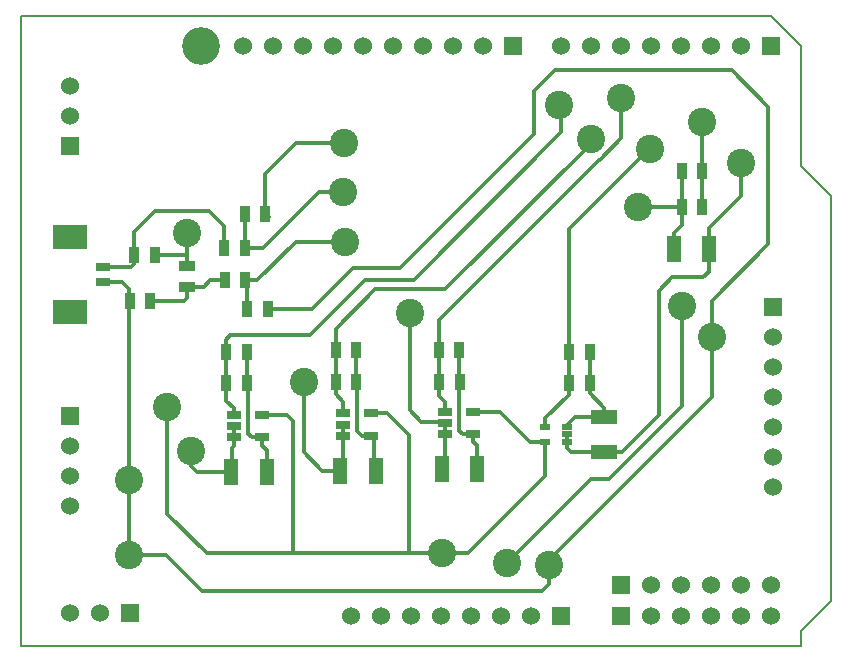
<source format=gtl>
G04 Layer_Physical_Order=1*
G04 Layer_Color=255*
%FSLAX24Y24*%
%MOIN*%
G70*
G01*
G75*
%ADD10R,0.0335X0.0551*%
%ADD11R,0.0512X0.0906*%
%ADD12R,0.0512X0.0276*%
%ADD13R,0.0551X0.0335*%
%ADD14R,0.0335X0.0197*%
%ADD15R,0.0906X0.0512*%
%ADD16R,0.0512X0.0315*%
%ADD17R,0.1181X0.0827*%
%ADD18C,0.0120*%
%ADD19C,0.0050*%
%ADD20C,0.0600*%
%ADD21R,0.0600X0.0600*%
%ADD22R,0.0600X0.0600*%
%ADD23C,0.1260*%
%ADD24C,0.0945*%
D10*
X22016Y15860D02*
D03*
X22704D02*
D03*
X22016Y14660D02*
D03*
X22704D02*
D03*
X8234Y11250D02*
D03*
X7546D02*
D03*
X7456Y14420D02*
D03*
X8144D02*
D03*
X6761Y13280D02*
D03*
X7450D02*
D03*
X6786Y12210D02*
D03*
X7474D02*
D03*
X4304Y11510D02*
D03*
X3616D02*
D03*
X4454Y13040D02*
D03*
X3766D02*
D03*
X18954Y9800D02*
D03*
X18266D02*
D03*
X18954Y8770D02*
D03*
X18266D02*
D03*
X11174Y9880D02*
D03*
X10486D02*
D03*
X11180Y8800D02*
D03*
X10491D02*
D03*
X7524Y9810D02*
D03*
X6836D02*
D03*
X7534Y8780D02*
D03*
X6846D02*
D03*
X14607Y9891D02*
D03*
X13918D02*
D03*
X14617Y8831D02*
D03*
X13928D02*
D03*
D11*
X21749Y13250D02*
D03*
X22930D02*
D03*
X11820Y5860D02*
D03*
X10639D02*
D03*
X15212Y5921D02*
D03*
X14031D02*
D03*
X8190Y5830D02*
D03*
X7009D02*
D03*
D12*
X10735Y7770D02*
D03*
Y7396D02*
D03*
Y7022D02*
D03*
X11680D02*
D03*
Y7770D02*
D03*
X7098Y7714D02*
D03*
Y7340D02*
D03*
Y6966D02*
D03*
X8042D02*
D03*
Y7714D02*
D03*
X14130Y7825D02*
D03*
Y7451D02*
D03*
Y7077D02*
D03*
X15075D02*
D03*
Y7825D02*
D03*
D13*
X5520Y12674D02*
D03*
Y11986D02*
D03*
D14*
X17476Y6814D02*
D03*
Y7326D02*
D03*
X18204Y7070D02*
D03*
Y7326D02*
D03*
Y6814D02*
D03*
D15*
X19430Y7650D02*
D03*
Y6469D02*
D03*
D16*
X2730Y12150D02*
D03*
Y12642D02*
D03*
D17*
X1647Y11146D02*
D03*
Y13646D02*
D03*
D18*
X9160Y16770D02*
X10750D01*
X8144Y15754D02*
X9160Y16770D01*
X8144Y14420D02*
Y15754D01*
X9940Y15150D02*
X10720D01*
X8070Y13280D02*
X9940Y15150D01*
X7450Y13280D02*
X8070D01*
X9160Y13490D02*
X10790D01*
X7880Y12210D02*
X9160Y13490D01*
X7474Y12210D02*
X7880D01*
X12920Y3100D02*
X14910D01*
X12920D02*
Y7060D01*
X6200Y3100D02*
X12920D01*
X23020Y8300D02*
Y11520D01*
X3600Y11374D02*
Y11910D01*
X3590Y3480D02*
X4010Y3060D01*
X3360Y12150D02*
X3600Y11910D01*
X2730Y12150D02*
X3360D01*
X3590Y11364D02*
X3600Y11374D01*
X4010Y3060D02*
X4820D01*
X3590D02*
X4010D01*
X6030Y1850D02*
X17360D01*
X4820Y3060D02*
X6030Y1850D01*
X3590Y3480D02*
Y5560D01*
Y11364D01*
X4880Y4420D02*
X6200Y3100D01*
X17360Y1850D02*
X17600Y2090D01*
Y2710D01*
Y2880D02*
X23020Y8300D01*
X17600Y2710D02*
Y2880D01*
X18324Y6496D02*
X19430D01*
X21260Y11860D02*
X21700Y12300D01*
X21260Y7700D02*
Y11860D01*
X21700Y12300D02*
X22740D01*
X20029Y6469D02*
X21260Y7700D01*
X19610Y5580D02*
X22040Y8010D01*
Y11340D01*
X23020Y11520D02*
X24910Y13410D01*
X22740Y12300D02*
X22930Y12490D01*
X17090Y18510D02*
X17790Y19210D01*
X17090Y17080D02*
Y18510D01*
X12630Y12620D02*
X17090Y17080D01*
X17790Y19210D02*
X23690D01*
X11060Y12620D02*
X12630D01*
X9690Y11250D02*
X11060Y12620D01*
X8234Y11250D02*
X9690D01*
X11480Y12230D02*
X13090D01*
X9620Y10370D02*
X11480Y12230D01*
X6980Y10370D02*
X9620D01*
X6836Y10226D02*
X6980Y10370D01*
X6836Y9810D02*
Y10226D01*
X6250Y14510D02*
X6761Y13999D01*
Y13280D02*
Y13999D01*
X4460Y14510D02*
X6250D01*
X5520Y13040D02*
Y13780D01*
Y12674D02*
Y13040D01*
X4454D02*
X5520D01*
X6310Y12210D02*
X6786D01*
X6086Y11986D02*
X6310Y12210D01*
X5520Y11986D02*
X6086D01*
X13090Y12230D02*
X18000Y17140D01*
X10486Y8405D02*
Y9880D01*
X14140Y11900D02*
X19000Y16760D01*
X11810Y11900D02*
X14140D01*
X10486Y10576D02*
X11810Y11900D01*
X19000Y16760D02*
Y16910D01*
X20000Y16945D02*
Y18280D01*
X19283Y16228D02*
X20000Y16945D01*
X19278Y16228D02*
X19283D01*
X13918Y10868D02*
X19278Y16228D01*
X13918Y9891D02*
Y10868D01*
X9440Y6500D02*
Y8820D01*
X9420Y6480D02*
X9440Y6500D01*
X9420Y6480D02*
X10040Y5860D01*
X9080Y3110D02*
Y7500D01*
X8866Y7714D02*
X9080Y7500D01*
X8042Y7714D02*
X8866D01*
X18266Y13916D02*
X20980Y16630D01*
X22704Y15860D02*
Y17486D01*
Y14660D02*
Y15860D01*
X22700Y17490D02*
X22704Y17486D01*
X20560Y14660D02*
X22016D01*
Y15860D01*
X19010Y5580D02*
X19610D01*
X7534Y8780D02*
X7563Y8751D01*
Y7087D02*
Y8751D01*
Y7087D02*
X7684Y6966D01*
X22930Y12490D02*
Y13250D01*
X19430Y6469D02*
X20029D01*
X12950Y7872D02*
X13344Y7478D01*
X12210Y7770D02*
X12920Y7060D01*
X11680Y7770D02*
X12210D01*
X13344Y7478D02*
X14104D01*
X14130Y7451D01*
X12950Y7872D02*
Y11110D01*
X5870Y5830D02*
X7009D01*
X5680Y6020D02*
X5870Y5830D01*
X5680Y6020D02*
Y6520D01*
X4880Y4420D02*
Y7990D01*
X10040Y5860D02*
X10639D01*
X23040Y10320D02*
X23050Y10330D01*
X16200Y2770D02*
X19010Y5580D01*
X23690Y19210D02*
X24910Y17990D01*
Y13410D02*
Y17990D01*
X20980Y16630D02*
X21000Y16650D01*
X20980Y16590D02*
Y16630D01*
X18000Y17140D02*
Y17990D01*
X7474Y12210D02*
X7546Y12139D01*
X24000Y16100D02*
X24010Y16110D01*
X24000Y15010D02*
Y16100D01*
X17940Y18050D02*
X18000Y17990D01*
X22930Y13940D02*
X24000Y15010D01*
X22930Y13250D02*
Y13940D01*
X22016Y14056D02*
Y14660D01*
X21749Y13789D02*
X22016Y14056D01*
X21749Y13250D02*
Y13789D01*
X14910Y3100D02*
X17476Y5666D01*
Y6814D01*
X16966D02*
X17476D01*
X15955Y7825D02*
X16966Y6814D01*
X15075Y7825D02*
X15955D01*
X10486Y9880D02*
Y10576D01*
X18266Y9800D02*
Y13916D01*
X7524Y9810D02*
X7534Y9800D01*
Y8780D02*
Y9800D01*
X6836Y8790D02*
X6846Y8780D01*
X6836Y8790D02*
Y9810D01*
X14607Y7187D02*
Y9891D01*
X6846Y8184D02*
Y8780D01*
X8042Y6698D02*
Y6966D01*
X7020Y6610D02*
X7098Y6688D01*
Y6966D01*
Y7340D01*
X3766Y13816D02*
X4460Y14510D01*
X3766Y13040D02*
Y13816D01*
X7546Y11450D02*
Y12139D01*
X7456Y13286D02*
Y14420D01*
X8144D02*
X8254Y14310D01*
X5530Y11620D02*
Y11886D01*
X5420Y11510D02*
X5530Y11620D01*
X4424Y11510D02*
X5420D01*
X3766Y12750D02*
Y13040D01*
X3658Y12642D02*
X3766Y12750D01*
X2730Y12642D02*
X3658D01*
X11750Y5930D02*
X11820Y5860D01*
X11750Y5930D02*
Y6952D01*
X11680Y7022D02*
X11750Y6952D01*
X10735Y5956D02*
Y7022D01*
Y7396D01*
X10639Y5860D02*
X10735Y5956D01*
X18460Y7650D02*
X19430D01*
X18204Y7394D02*
X18460Y7650D01*
X18204Y7326D02*
Y7394D01*
X18266Y8396D02*
Y8770D01*
X17476Y7606D02*
X18266Y8396D01*
X19430Y7650D02*
Y7960D01*
X18954Y8436D02*
X19430Y7960D01*
X18954Y8436D02*
Y8770D01*
Y9800D01*
X18266Y8770D02*
Y9800D01*
X17476Y7326D02*
Y7606D01*
X18204Y6616D02*
Y6814D01*
Y6616D02*
X18324Y6496D01*
X19430Y6469D02*
Y6496D01*
X18204Y6814D02*
Y7070D01*
X11180Y8800D02*
Y9874D01*
X11174Y9880D02*
X11180Y9874D01*
Y8800D02*
X11210Y8770D01*
Y7180D02*
Y8770D01*
Y7180D02*
X11368Y7022D01*
X11680D01*
X10486Y8405D02*
X10735Y8155D01*
Y7770D02*
Y8155D01*
X7684Y6966D02*
X8042D01*
X6846Y8184D02*
X7098Y7932D01*
Y7714D02*
Y7932D01*
X8190Y5830D02*
Y6550D01*
X8042Y6698D02*
X8190Y6550D01*
X7009Y5830D02*
X7020Y5841D01*
Y6610D01*
X14716Y7077D02*
X15075D01*
X14607Y7187D02*
X14716Y7077D01*
X14130Y7825D02*
Y8144D01*
X13928Y8346D02*
X14130Y8144D01*
X13928Y8346D02*
Y8831D01*
X13918Y9891D02*
X13928Y9881D01*
Y8831D02*
Y9881D01*
X14130Y6020D02*
Y7077D01*
Y7451D01*
X14031Y5921D02*
X14130Y6020D01*
X15192Y5941D02*
X15212Y5921D01*
X15192Y5941D02*
Y6701D01*
X15075Y6819D02*
X15192Y6701D01*
X15075Y6819D02*
Y7077D01*
D19*
X0Y21000D02*
X25000D01*
X0Y0D02*
X26000D01*
X0D02*
Y21000D01*
X25000D02*
X26000Y20000D01*
Y16000D02*
Y20000D01*
Y16000D02*
X27000Y15000D01*
Y1500D02*
Y15000D01*
X26000Y500D02*
X27000Y1500D01*
X26000Y0D02*
Y500D01*
D20*
X25000Y2060D02*
D03*
X24000D02*
D03*
X23000D02*
D03*
X22000D02*
D03*
X21000D02*
D03*
X1630Y1130D02*
D03*
X2630D02*
D03*
X1640Y4680D02*
D03*
Y6680D02*
D03*
Y5680D02*
D03*
X25070Y8330D02*
D03*
Y7330D02*
D03*
Y6330D02*
D03*
Y5330D02*
D03*
Y10330D02*
D03*
Y9330D02*
D03*
X1640Y18670D02*
D03*
Y17670D02*
D03*
X22000Y20000D02*
D03*
X21000D02*
D03*
X20000D02*
D03*
X19000D02*
D03*
X18000D02*
D03*
X24000D02*
D03*
X23000D02*
D03*
X15400D02*
D03*
X14400D02*
D03*
X13400D02*
D03*
X12400D02*
D03*
X11400D02*
D03*
X10400D02*
D03*
X9400D02*
D03*
X8400D02*
D03*
X7400D02*
D03*
X15000Y1000D02*
D03*
X14000D02*
D03*
X13000D02*
D03*
X12000D02*
D03*
X11000D02*
D03*
X17000D02*
D03*
X16000D02*
D03*
X21000D02*
D03*
X22000D02*
D03*
X23000D02*
D03*
X24000D02*
D03*
X25000D02*
D03*
D21*
X20000Y2060D02*
D03*
X3630Y1130D02*
D03*
X25000Y20000D02*
D03*
X16400D02*
D03*
X18000Y1000D02*
D03*
X20000D02*
D03*
D22*
X1640Y7680D02*
D03*
X25070Y11330D02*
D03*
X1640Y16670D02*
D03*
D23*
X6000Y20000D02*
D03*
D24*
X14030Y3110D02*
D03*
X3590Y5560D02*
D03*
Y3060D02*
D03*
X17600Y2710D02*
D03*
X22040Y11340D02*
D03*
X5520Y13780D02*
D03*
X10750Y16770D02*
D03*
X9440Y8820D02*
D03*
X22700Y17490D02*
D03*
X20560Y14660D02*
D03*
X12950Y11110D02*
D03*
X5680Y6520D02*
D03*
X23040Y10320D02*
D03*
X20980Y16590D02*
D03*
X19000Y16910D02*
D03*
X24010Y16110D02*
D03*
X20000Y18280D02*
D03*
X17940Y18050D02*
D03*
X10790Y13490D02*
D03*
X10720Y15150D02*
D03*
X4880Y7990D02*
D03*
X16200Y2770D02*
D03*
M02*

</source>
